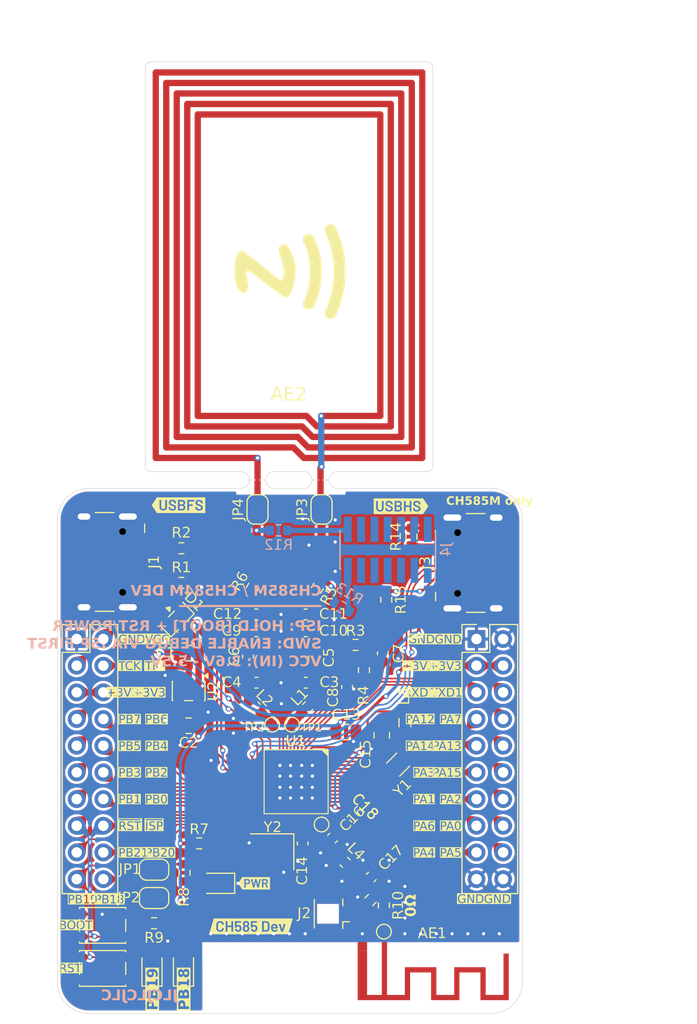
<source format=kicad_pcb>
(kicad_pcb
	(version 20241229)
	(generator "pcbnew")
	(generator_version "9.0")
	(general
		(thickness 1.6)
		(legacy_teardrops no)
	)
	(paper "A5")
	(title_block
		(date "2026-02-15")
		(rev "B")
	)
	(layers
		(0 "F.Cu" signal)
		(2 "B.Cu" signal)
		(9 "F.Adhes" user "F.Adhesive")
		(11 "B.Adhes" user "B.Adhesive")
		(13 "F.Paste" user)
		(15 "B.Paste" user)
		(5 "F.SilkS" user "F.Silkscreen")
		(7 "B.SilkS" user "B.Silkscreen")
		(1 "F.Mask" user)
		(3 "B.Mask" user)
		(17 "Dwgs.User" user "User.Drawings")
		(19 "Cmts.User" user "User.Comments")
		(21 "Eco1.User" user "User.Eco1")
		(23 "Eco2.User" user "User.Eco2")
		(25 "Edge.Cuts" user)
		(27 "Margin" user)
		(31 "F.CrtYd" user "F.Courtyard")
		(29 "B.CrtYd" user "B.Courtyard")
		(35 "F.Fab" user)
		(33 "B.Fab" user)
		(39 "User.1" user)
		(41 "User.2" user)
		(43 "User.3" user)
		(45 "User.4" user)
	)
	(setup
		(stackup
			(layer "F.SilkS"
				(type "Top Silk Screen")
			)
			(layer "F.Paste"
				(type "Top Solder Paste")
			)
			(layer "F.Mask"
				(type "Top Solder Mask")
				(thickness 0.01)
			)
			(layer "F.Cu"
				(type "copper")
				(thickness 0.035)
			)
			(layer "dielectric 1"
				(type "core")
				(thickness 1.51)
				(material "FR4")
				(epsilon_r 4.5)
				(loss_tangent 0.02)
			)
			(layer "B.Cu"
				(type "copper")
				(thickness 0.035)
			)
			(layer "B.Mask"
				(type "Bottom Solder Mask")
				(thickness 0.01)
			)
			(layer "B.Paste"
				(type "Bottom Solder Paste")
			)
			(layer "B.SilkS"
				(type "Bottom Silk Screen")
			)
			(copper_finish "None")
			(dielectric_constraints no)
		)
		(pad_to_mask_clearance 0)
		(allow_soldermask_bridges_in_footprints no)
		(tenting front back)
		(grid_origin 30 114.5)
		(pcbplotparams
			(layerselection 0x00000000_00000000_55555555_5755f5ff)
			(plot_on_all_layers_selection 0x00000000_00000000_00000000_00000000)
			(disableapertmacros no)
			(usegerberextensions yes)
			(usegerberattributes yes)
			(usegerberadvancedattributes yes)
			(creategerberjobfile no)
			(dashed_line_dash_ratio 12.000000)
			(dashed_line_gap_ratio 3.000000)
			(svgprecision 4)
			(plotframeref no)
			(mode 1)
			(useauxorigin no)
			(hpglpennumber 1)
			(hpglpenspeed 20)
			(hpglpendiameter 15.000000)
			(pdf_front_fp_property_popups yes)
			(pdf_back_fp_property_popups yes)
			(pdf_metadata yes)
			(pdf_single_document no)
			(dxfpolygonmode yes)
			(dxfimperialunits yes)
			(dxfusepcbnewfont yes)
			(psnegative no)
			(psa4output no)
			(plot_black_and_white yes)
			(sketchpadsonfab no)
			(plotpadnumbers no)
			(hidednponfab no)
			(sketchdnponfab yes)
			(crossoutdnponfab yes)
			(subtractmaskfromsilk no)
			(outputformat 1)
			(mirror no)
			(drillshape 0)
			(scaleselection 1)
			(outputdirectory "out/")
		)
	)
	(property "SHEETTOTAL" "1")
	(net 0 "")
	(net 1 "GND")
	(net 2 "Net-(AE1-Pad1)")
	(net 3 "+3V3")
	(net 4 "Net-(C3-Pad1)")
	(net 5 "Net-(C4-Pad2)")
	(net 6 "Net-(C11-Pad1)")
	(net 7 "Net-(C10-Pad2)")
	(net 8 "Net-(C7-Pad2)")
	(net 9 "/NFCI")
	(net 10 "/NFCM")
	(net 11 "Net-(U1-VINTA)")
	(net 12 "Net-(U1-VDCIA)")
	(net 13 "Net-(U1-ANT)")
	(net 14 "VCC")
	(net 15 "VBUS")
	(net 16 "Net-(D2-A)")
	(net 17 "Net-(D3-K)")
	(net 18 "Net-(D4-K)")
	(net 19 "/UD+")
	(net 20 "unconnected-(J1-SBU2-PadB8)")
	(net 21 "/UD-")
	(net 22 "Net-(J1-CC1)")
	(net 23 "Net-(J1-CC2)")
	(net 24 "unconnected-(J1-SBU1-PadA8)")
	(net 25 "/ANT+")
	(net 26 "/ANT-")
	(net 27 "unconnected-(J4-Pin_11-Pad11)")
	(net 28 "unconnected-(J4-Pin_1-Pad1)")
	(net 29 "unconnected-(J4-Pin_10-Pad10)")
	(net 30 "unconnected-(J4-Pin_9-Pad9)")
	(net 31 "unconnected-(J4-Pin_12-Pad12)")
	(net 32 "unconnected-(J4-Pin_7-Pad7)")
	(net 33 "unconnected-(J4-Pin_3-Pad3)")
	(net 34 "unconnected-(J4-Pin_5-Pad5)")
	(net 35 "unconnected-(J4-Pin_4-Pad4)")
	(net 36 "unconnected-(J4-Pin_6-Pad6)")
	(net 37 "unconnected-(J4-Pin_8-Pad8)")
	(net 38 "unconnected-(J4-Pin_2-Pad2)")
	(net 39 "/TXD1")
	(net 40 "/RXD1")
	(net 41 "Net-(J2-In)")
	(net 42 "/TCK")
	(net 43 "/TIO")
	(net 44 "/PB18")
	(net 45 "Net-(JP1-A)")
	(net 46 "Net-(JP2-B)")
	(net 47 "/PB19")
	(net 48 "/NFC+")
	(net 49 "/NFC-")
	(net 50 "Net-(U1-VSW)")
	(net 51 "/~{ISP}")
	(net 52 "/~{RST}")
	(net 53 "/PB0")
	(net 54 "/PB6")
	(net 55 "/PB2")
	(net 56 "/PB5")
	(net 57 "/PB3")
	(net 58 "/PA3")
	(net 59 "/PA13")
	(net 60 "Net-(U1-X32MO)")
	(net 61 "/PB21")
	(net 62 "/UD2+")
	(net 63 "/PB7")
	(net 64 "/PB20")
	(net 65 "/PA5")
	(net 66 "/PA7")
	(net 67 "/PA14")
	(net 68 "/PA2")
	(net 69 "/PA4")
	(net 70 "/PA0")
	(net 71 "/PB4")
	(net 72 "Net-(U1-PA10)")
	(net 73 "/UD2-")
	(net 74 "/PA1")
	(net 75 "/PA6")
	(net 76 "Net-(U1-X32MI)")
	(net 77 "/PB1")
	(net 78 "/PA12")
	(net 79 "/PA15")
	(net 80 "Net-(U1-PA11)")
	(net 81 "unconnected-(U2-NC-Pad4)")
	(net 82 "Net-(C17-Pad1)")
	(net 83 "Net-(J4-Pin_13)")
	(net 84 "Net-(J4-Pin_14)")
	(net 85 "+5V")
	(net 86 "Net-(JP4-B)")
	(net 87 "Net-(JP3-B)")
	(net 88 "Net-(J3-CC2)")
	(net 89 "unconnected-(J3-SBU2-PadB8)")
	(net 90 "Net-(J3-CC1)")
	(net 91 "unconnected-(J3-SBU1-PadA8)")
	(footprint "Capacitor_SMD:C_0603_1608Metric" (layer "F.Cu") (at 53.36 98.3 -90))
	(footprint "Jumper:SolderJumper-2_P1.3mm_Open_RoundedPad1.0x1.5mm" (layer "F.Cu") (at 39.2 103.5))
	(footprint "Resistor_SMD:R_0603_1608Metric" (layer "F.Cu") (at 63.73 69.1 90))
	(footprint "Resistor_SMD:R_0603_1608Metric" (layer "F.Cu") (at 42.1 101.1 -90))
	(footprint "Resistor_SMD:R_0603_1608Metric" (layer "F.Cu") (at 48.56 74 60))
	(footprint "Capacitor_SMD:C_0603_1608Metric" (layer "F.Cu") (at 53.65 83 180))
	(footprint "Miiine:TS3425PA" (layer "F.Cu") (at 34.3 106.1))
	(footprint "Resistor_SMD:R_0603_1608Metric" (layer "F.Cu") (at 39.2 105.9 180))
	(footprint "Capacitor_SMD:C_0603_1608Metric" (layer "F.Cu") (at 53.65 78.1 180))
	(footprint "Resistor_SMD:R_0603_1608Metric" (layer "F.Cu") (at 43.5 98.3))
	(footprint "Resistor_SMD:R_0603_1608Metric" (layer "F.Cu") (at 61.1 104.2 -90))
	(footprint "Connector_PinHeader_2.54mm:PinHeader_2x10_P2.54mm_Vertical" (layer "F.Cu") (at 31.825 78.84))
	(footprint "Capacitor_SMD:C_0603_1608Metric" (layer "F.Cu") (at 48.95 78.1 180))
	(footprint "TestPoint:TestPoint_Pad_D1.0mm" (layer "F.Cu") (at 50.45 87))
	(footprint "Capacitor_SMD:C_0805_2012Metric" (layer "F.Cu") (at 42.493449 87.093449 180))
	(footprint "kibuzzard-697F88F7" (layer "F.Cu") (at 62.73 66.2))
	(footprint "kibuzzard-697F890A" (layer "F.Cu") (at 41.53 66.1))
	(footprint "Capacitor_SMD:C_0603_1608Metric" (layer "F.Cu") (at 53.65 76.5 180))
	(footprint "Capacitor_SMD:C_0603_1608Metric" (layer "F.Cu") (at 61 80.2 90))
	(footprint "Package_TO_SOT_SMD:SOT-23" (layer "F.Cu") (at 41.393449 76.993449 -45))
	(footprint "Miiine:Antenna_367x254mm" (layer "F.Cu") (at 52.06 43.25))
	(footprint "LED_SMD:LED_0805_2012Metric" (layer "F.Cu") (at 45.2 102.1 180))
	(footprint "Capacitor_SMD:C_0603_1608Metric" (layer "F.Cu") (at 59.9 101.5 45))
	(footprint "Resistor_SMD:R_0603_1608Metric" (layer "F.Cu") (at 41.8 73.5))
	(footprint "Capacitor_SMD:C_0805_2012Metric"
		(layer "F.Cu")
		(uuid "77dc82d0-b4bf-4330-9123-8a05b9d701ec")
		(at 60.9 88 -90)
		(descr "Capacitor SMD 0805 (2012 Metric), square (rectangular) end terminal, IPC-7351 nominal, (Body size source: IPC-SM-782 page 76, https://www.pcb-3d.com/wordpress/wp-content/uploads/ipc-sm-782a_amendment_1_and_2.pdf, https://docs.google.com/spreadsheets/d/1BsfQQcO9C6DZCsRaXUlFlo91Tg2WpOkGARC1WS5S8t0/edit?usp=sharing), generated with kicad-footprint-generator")
		(tags "capacitor")
		(property "Reference" "C15"
			(at 1.8 1.5 90)
			(layer "F.SilkS")
			(uuid "18845713-3f96-437d-9ddd-3c809081aac9")
			(effects
				(font
					(face "DIN Mittelschrift Std")
					(size 1 1)
					(thickness 0.15)
				)
			)
			(render_cache "C15" 90
				(polygon
					(pts
						(xy 59.536135 90.242628) (xy 59.568736 90.260104) (xy 59.596928 90.279807) (xy 59.619226 90.300167)
						(xy 59.637622 90.322404) (xy 59.651536 90.345394) (xy 59.661831 90.370046) (xy 59.671436 90.423738)
						(xy 59.671629 90.433076) (xy 59.664418 90.488174) (xy 59.643863 90.536213) (xy 59.611375 90.576388)
						(xy 59.598967 90.587071) (xy 59.557865 90.613675) (xy 59.533167 90.622765) (xy 59.501416 90.629411)
						(xy 59.400107 90.636568) (xy 59.316805 90.637446) (xy 59.19704 90.635255) (xy 59.122094 90.627733)
						(xy 59.092665 90.620401) (xy 59.069378 90.61054) (xy 59.034583 90.587071) (xy 59.01407 90.568302)
						(xy 58.995649 90.545473) (xy 58.981656 90.521455) (xy 58.97089 90.494213) (xy 58.964508 90.466644)
						(xy 58.961946 90.436459) (xy 58.96192 90.433076) (xy 58.969298 90.379709) (xy 58.990844 90.331092)
						(xy 59.025724 90.288967) (xy 59.072003 90.256526) (xy 59.10584 90.242628) (xy 59.10584 90.083076)
						(xy 59.031144 90.105127) (xy 58.996268 90.121481) (xy 58.963429 90.14123) (xy 58.933377 90.163885)
						(xy 58.905903 90.189598) (xy 58.881892 90.217494) (xy 58.86089 90.248078) (xy 58.843645 90.280231)
						(xy 58.829749 90.314715) (xy 58.819684 90.350409) (xy 58.813259 90.388126) (xy 58.810673 90.433076)
						(xy 58.818024 90.507826) (xy 58.839408 90.576805) (xy 58.873993 90.639438) (xy 58.920559 90.69401)
						(xy 58.976162 90.737246) (xy 58.989825 90.745218) (xy 59.022324 90.761638) (xy 59.058622 90.773756)
						(xy 59.109099 90.782002) (xy 59.184136 90.786805) (xy 59.316805 90.788633) (xy 59.456542 90.786539)
						(xy 59.543175 90.779703) (xy 59.57908 90.772712) (xy 59.607122 90.763374) (xy 59.643724 90.745218)
						(xy 59.673457 90.726616) (xy 59.70276 90.703414) (xy 59.729705 90.676877) (xy 59.754675 90.646276)
						(xy 59.775353 90.614409) (xy 59.793063 90.579207) (xy 59.806244 90.543816) (xy 59.815891 90.5057)
						(xy 59.822815 90.433076) (xy 59.820869 90.392501) (xy 59.815064 90.353343) (xy 59.805663 90.316504)
						(xy 59.792637 90.281444) (xy 59.776409 90.249025) (xy 59.756791 90.218704) (xy 59.734275 90.191165)
						(xy 59.708574 90.166019) (xy 59.680114 90.143716) (xy 59.648628 90.1241) (xy 59.614346 90.107428)
						(xy 59.577149 90.093762) (xy 59.536135 90.083076)
					)
				)
				(polygon
					(pts
						(xy 59.815 89.810806) (xy 59.815 89.667985) (xy 58.818489 89.667985) (xy 58.818489 89.810806)
						(xy 58.922109 89.952162) (xy 59.073234 89.952162) (xy 58.969675 89.810806)
					)
				)
				(polygon
					(pts
						(xy 59.356556 89.341188) (xy 59.356556 89.206794) (xy 59.330076 89.189793) (xy 59.309215 89.171493)
						(xy 59.294875 89.153706) (xy 59.284496 89.13458) (xy 59.274466 89.09203) (xy 59.273941 89.078017)
						(xy 59.275857 89.048564) (xy 59.281459 89.023212) (xy 59.289854 89.00293) (xy 59.301105 88.985777)
						(xy 59.331472 88.959928) (xy 59.375111 88.942828) (xy 59.438207 88.93441) (xy 59.465793 88.933791)
						(xy 59.538865 88.935979) (xy 59.57483 88.941175) (xy 59.608118 88.951293) (xy 59.637007 88.967974)
						(xy 59.659775 88.992859) (xy 59.674698 89.027589) (xy 59.680055 89.073803) (xy 59.678133 89.10126)
						(xy 59.672495 89.125907) (xy 59.663729 89.146988) (xy 59.651865 89.165466) (xy 59.61953 89.194611)
						(xy 59.574722 89.213954) (xy 59.563796 89.216625) (xy 59.563796 89.359384) (xy 59.601334 89.353232)
						(xy 59.635606 89.3438) (xy 59.666873 89.33128) (xy 59.695005 89.316001) (xy 59.743253 89.277218)
						(xy 59.780848 89.228041) (xy 59.807293 89.169029) (xy 59.821157 89.1018) (xy 59.822815 89.068186)
						(xy 59.815598 89.006562) (xy 59.794442 88.948584) (xy 59.760184 88.895699) (xy 59.716448 88.852581)
						(xy 59.685008 88.830519) (xy 59.650696 88.813634) (xy 59.585769 88.797312) (xy 59.476967 88.791031)
						(xy 59.403876 88.793017) (xy 59.346477 88.799104) (xy 59.309794 88.806988) (xy 59.27912 88.817676)
						(xy 59.231376 88.845949) (xy 59.203965 88.869372) (xy 59.168838 88.91293) (xy 59.154109 88.940748)
						(xy 59.142437 88.971738) (xy 59.134893 89.003386) (xy 59.131324 89.036975) (xy 59.13112 89.047181)
						(xy 59.133105 89.082284) (xy 59.139184 89.115175) (xy 59.148571 89.14385) (xy 59.16174 89.171265)
						(xy 59.185769 89.206794) (xy 58.96131 89.206794) (xy 58.96131 88.810632) (xy 58.818489 88.810632)
						(xy 58.818489 89.341188)
					)
				)
			)
		)
		(property "Value" "4.7u"
			(at 0 1.68 90)
			(layer "F.Fab")
			(uuid "23a1661f-abf0-4182-bd53-59ce7b20510d")
			(effects
				(font
					(size 1 1)
					(thickness 0.15)
				)
			)
		)
		(property "Datasheet" "~"
			(at 0 0 90)
			(layer "F.Fab")
			(hide yes)
			(uuid "4bee7b10-8f31-4f32-8999-e140dcee82d3")
			(effects
				(font
					(size 1.27 1.27)
					(thickness 0.15)
				)
			)
		)
		(property "Description" "Unpolarized capacitor, small symbol"
			(at 0 0 90)
			(layer "F.Fab")
			(hide yes)
			(uuid "0fff998f-fe72-46a0-bb24-3582a2e0ec63")
			(effects
				(font
					(size 1.27 1.27)
					(thic
... [1691904 chars truncated]
</source>
